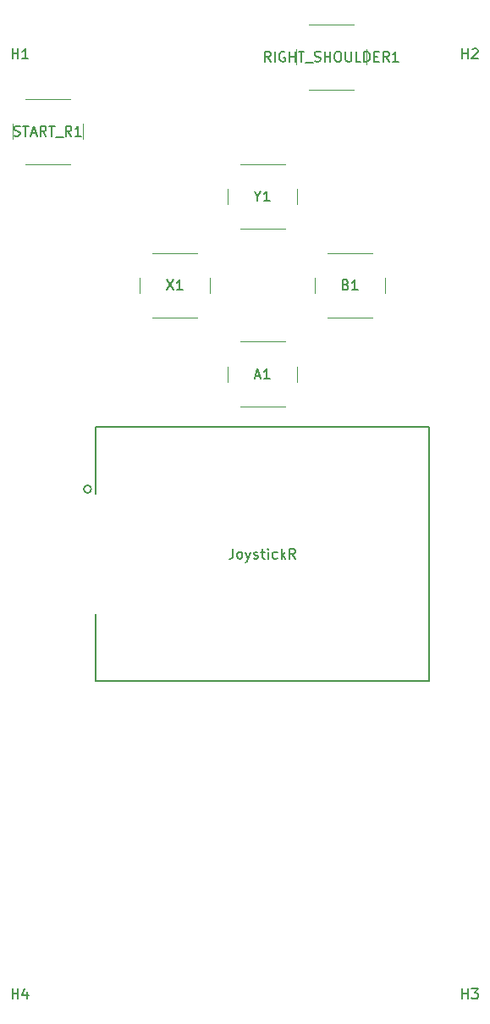
<source format=gbr>
%TF.GenerationSoftware,KiCad,Pcbnew,8.0.2*%
%TF.CreationDate,2024-05-13T00:36:02+01:00*%
%TF.ProjectId,Right_Controller_PCB_Bluetooth,52696768-745f-4436-9f6e-74726f6c6c65,V1.2*%
%TF.SameCoordinates,Original*%
%TF.FileFunction,Legend,Top*%
%TF.FilePolarity,Positive*%
%FSLAX46Y46*%
G04 Gerber Fmt 4.6, Leading zero omitted, Abs format (unit mm)*
G04 Created by KiCad (PCBNEW 8.0.2) date 2024-05-13 00:36:02*
%MOMM*%
%LPD*%
G01*
G04 APERTURE LIST*
%ADD10C,0.150000*%
%ADD11C,0.203200*%
%ADD12C,0.120000*%
G04 APERTURE END LIST*
D10*
X120238095Y-51454819D02*
X120238095Y-50454819D01*
X120238095Y-50931009D02*
X120809523Y-50931009D01*
X120809523Y-51454819D02*
X120809523Y-50454819D01*
X121809523Y-51454819D02*
X121238095Y-51454819D01*
X121523809Y-51454819D02*
X121523809Y-50454819D01*
X121523809Y-50454819D02*
X121428571Y-50597676D01*
X121428571Y-50597676D02*
X121333333Y-50692914D01*
X121333333Y-50692914D02*
X121238095Y-50740533D01*
X142297618Y-100454819D02*
X142297618Y-101169104D01*
X142297618Y-101169104D02*
X142249999Y-101311961D01*
X142249999Y-101311961D02*
X142154761Y-101407200D01*
X142154761Y-101407200D02*
X142011904Y-101454819D01*
X142011904Y-101454819D02*
X141916666Y-101454819D01*
X142916666Y-101454819D02*
X142821428Y-101407200D01*
X142821428Y-101407200D02*
X142773809Y-101359580D01*
X142773809Y-101359580D02*
X142726190Y-101264342D01*
X142726190Y-101264342D02*
X142726190Y-100978628D01*
X142726190Y-100978628D02*
X142773809Y-100883390D01*
X142773809Y-100883390D02*
X142821428Y-100835771D01*
X142821428Y-100835771D02*
X142916666Y-100788152D01*
X142916666Y-100788152D02*
X143059523Y-100788152D01*
X143059523Y-100788152D02*
X143154761Y-100835771D01*
X143154761Y-100835771D02*
X143202380Y-100883390D01*
X143202380Y-100883390D02*
X143249999Y-100978628D01*
X143249999Y-100978628D02*
X143249999Y-101264342D01*
X143249999Y-101264342D02*
X143202380Y-101359580D01*
X143202380Y-101359580D02*
X143154761Y-101407200D01*
X143154761Y-101407200D02*
X143059523Y-101454819D01*
X143059523Y-101454819D02*
X142916666Y-101454819D01*
X143583333Y-100788152D02*
X143821428Y-101454819D01*
X144059523Y-100788152D02*
X143821428Y-101454819D01*
X143821428Y-101454819D02*
X143726190Y-101692914D01*
X143726190Y-101692914D02*
X143678571Y-101740533D01*
X143678571Y-101740533D02*
X143583333Y-101788152D01*
X144392857Y-101407200D02*
X144488095Y-101454819D01*
X144488095Y-101454819D02*
X144678571Y-101454819D01*
X144678571Y-101454819D02*
X144773809Y-101407200D01*
X144773809Y-101407200D02*
X144821428Y-101311961D01*
X144821428Y-101311961D02*
X144821428Y-101264342D01*
X144821428Y-101264342D02*
X144773809Y-101169104D01*
X144773809Y-101169104D02*
X144678571Y-101121485D01*
X144678571Y-101121485D02*
X144535714Y-101121485D01*
X144535714Y-101121485D02*
X144440476Y-101073866D01*
X144440476Y-101073866D02*
X144392857Y-100978628D01*
X144392857Y-100978628D02*
X144392857Y-100931009D01*
X144392857Y-100931009D02*
X144440476Y-100835771D01*
X144440476Y-100835771D02*
X144535714Y-100788152D01*
X144535714Y-100788152D02*
X144678571Y-100788152D01*
X144678571Y-100788152D02*
X144773809Y-100835771D01*
X145107143Y-100788152D02*
X145488095Y-100788152D01*
X145250000Y-100454819D02*
X145250000Y-101311961D01*
X145250000Y-101311961D02*
X145297619Y-101407200D01*
X145297619Y-101407200D02*
X145392857Y-101454819D01*
X145392857Y-101454819D02*
X145488095Y-101454819D01*
X145821429Y-101454819D02*
X145821429Y-100788152D01*
X145821429Y-100454819D02*
X145773810Y-100502438D01*
X145773810Y-100502438D02*
X145821429Y-100550057D01*
X145821429Y-100550057D02*
X145869048Y-100502438D01*
X145869048Y-100502438D02*
X145821429Y-100454819D01*
X145821429Y-100454819D02*
X145821429Y-100550057D01*
X146726190Y-101407200D02*
X146630952Y-101454819D01*
X146630952Y-101454819D02*
X146440476Y-101454819D01*
X146440476Y-101454819D02*
X146345238Y-101407200D01*
X146345238Y-101407200D02*
X146297619Y-101359580D01*
X146297619Y-101359580D02*
X146250000Y-101264342D01*
X146250000Y-101264342D02*
X146250000Y-100978628D01*
X146250000Y-100978628D02*
X146297619Y-100883390D01*
X146297619Y-100883390D02*
X146345238Y-100835771D01*
X146345238Y-100835771D02*
X146440476Y-100788152D01*
X146440476Y-100788152D02*
X146630952Y-100788152D01*
X146630952Y-100788152D02*
X146726190Y-100835771D01*
X147154762Y-101454819D02*
X147154762Y-100454819D01*
X147250000Y-101073866D02*
X147535714Y-101454819D01*
X147535714Y-100788152D02*
X147154762Y-101169104D01*
X148535714Y-101454819D02*
X148202381Y-100978628D01*
X147964286Y-101454819D02*
X147964286Y-100454819D01*
X147964286Y-100454819D02*
X148345238Y-100454819D01*
X148345238Y-100454819D02*
X148440476Y-100502438D01*
X148440476Y-100502438D02*
X148488095Y-100550057D01*
X148488095Y-100550057D02*
X148535714Y-100645295D01*
X148535714Y-100645295D02*
X148535714Y-100788152D01*
X148535714Y-100788152D02*
X148488095Y-100883390D01*
X148488095Y-100883390D02*
X148440476Y-100931009D01*
X148440476Y-100931009D02*
X148345238Y-100978628D01*
X148345238Y-100978628D02*
X147964286Y-100978628D01*
X120416666Y-59157200D02*
X120559523Y-59204819D01*
X120559523Y-59204819D02*
X120797618Y-59204819D01*
X120797618Y-59204819D02*
X120892856Y-59157200D01*
X120892856Y-59157200D02*
X120940475Y-59109580D01*
X120940475Y-59109580D02*
X120988094Y-59014342D01*
X120988094Y-59014342D02*
X120988094Y-58919104D01*
X120988094Y-58919104D02*
X120940475Y-58823866D01*
X120940475Y-58823866D02*
X120892856Y-58776247D01*
X120892856Y-58776247D02*
X120797618Y-58728628D01*
X120797618Y-58728628D02*
X120607142Y-58681009D01*
X120607142Y-58681009D02*
X120511904Y-58633390D01*
X120511904Y-58633390D02*
X120464285Y-58585771D01*
X120464285Y-58585771D02*
X120416666Y-58490533D01*
X120416666Y-58490533D02*
X120416666Y-58395295D01*
X120416666Y-58395295D02*
X120464285Y-58300057D01*
X120464285Y-58300057D02*
X120511904Y-58252438D01*
X120511904Y-58252438D02*
X120607142Y-58204819D01*
X120607142Y-58204819D02*
X120845237Y-58204819D01*
X120845237Y-58204819D02*
X120988094Y-58252438D01*
X121273809Y-58204819D02*
X121845237Y-58204819D01*
X121559523Y-59204819D02*
X121559523Y-58204819D01*
X122130952Y-58919104D02*
X122607142Y-58919104D01*
X122035714Y-59204819D02*
X122369047Y-58204819D01*
X122369047Y-58204819D02*
X122702380Y-59204819D01*
X123607142Y-59204819D02*
X123273809Y-58728628D01*
X123035714Y-59204819D02*
X123035714Y-58204819D01*
X123035714Y-58204819D02*
X123416666Y-58204819D01*
X123416666Y-58204819D02*
X123511904Y-58252438D01*
X123511904Y-58252438D02*
X123559523Y-58300057D01*
X123559523Y-58300057D02*
X123607142Y-58395295D01*
X123607142Y-58395295D02*
X123607142Y-58538152D01*
X123607142Y-58538152D02*
X123559523Y-58633390D01*
X123559523Y-58633390D02*
X123511904Y-58681009D01*
X123511904Y-58681009D02*
X123416666Y-58728628D01*
X123416666Y-58728628D02*
X123035714Y-58728628D01*
X123892857Y-58204819D02*
X124464285Y-58204819D01*
X124178571Y-59204819D02*
X124178571Y-58204819D01*
X124559524Y-59300057D02*
X125321428Y-59300057D01*
X126130952Y-59204819D02*
X125797619Y-58728628D01*
X125559524Y-59204819D02*
X125559524Y-58204819D01*
X125559524Y-58204819D02*
X125940476Y-58204819D01*
X125940476Y-58204819D02*
X126035714Y-58252438D01*
X126035714Y-58252438D02*
X126083333Y-58300057D01*
X126083333Y-58300057D02*
X126130952Y-58395295D01*
X126130952Y-58395295D02*
X126130952Y-58538152D01*
X126130952Y-58538152D02*
X126083333Y-58633390D01*
X126083333Y-58633390D02*
X126035714Y-58681009D01*
X126035714Y-58681009D02*
X125940476Y-58728628D01*
X125940476Y-58728628D02*
X125559524Y-58728628D01*
X127083333Y-59204819D02*
X126511905Y-59204819D01*
X126797619Y-59204819D02*
X126797619Y-58204819D01*
X126797619Y-58204819D02*
X126702381Y-58347676D01*
X126702381Y-58347676D02*
X126607143Y-58442914D01*
X126607143Y-58442914D02*
X126511905Y-58490533D01*
X144535714Y-83169104D02*
X145011904Y-83169104D01*
X144440476Y-83454819D02*
X144773809Y-82454819D01*
X144773809Y-82454819D02*
X145107142Y-83454819D01*
X145964285Y-83454819D02*
X145392857Y-83454819D01*
X145678571Y-83454819D02*
X145678571Y-82454819D01*
X145678571Y-82454819D02*
X145583333Y-82597676D01*
X145583333Y-82597676D02*
X145488095Y-82692914D01*
X145488095Y-82692914D02*
X145392857Y-82740533D01*
X135690476Y-73586819D02*
X136357142Y-74586819D01*
X136357142Y-73586819D02*
X135690476Y-74586819D01*
X137261904Y-74586819D02*
X136690476Y-74586819D01*
X136976190Y-74586819D02*
X136976190Y-73586819D01*
X136976190Y-73586819D02*
X136880952Y-73729676D01*
X136880952Y-73729676D02*
X136785714Y-73824914D01*
X136785714Y-73824914D02*
X136690476Y-73872533D01*
X146050761Y-51762819D02*
X145717428Y-51286628D01*
X145479333Y-51762819D02*
X145479333Y-50762819D01*
X145479333Y-50762819D02*
X145860285Y-50762819D01*
X145860285Y-50762819D02*
X145955523Y-50810438D01*
X145955523Y-50810438D02*
X146003142Y-50858057D01*
X146003142Y-50858057D02*
X146050761Y-50953295D01*
X146050761Y-50953295D02*
X146050761Y-51096152D01*
X146050761Y-51096152D02*
X146003142Y-51191390D01*
X146003142Y-51191390D02*
X145955523Y-51239009D01*
X145955523Y-51239009D02*
X145860285Y-51286628D01*
X145860285Y-51286628D02*
X145479333Y-51286628D01*
X146479333Y-51762819D02*
X146479333Y-50762819D01*
X147479332Y-50810438D02*
X147384094Y-50762819D01*
X147384094Y-50762819D02*
X147241237Y-50762819D01*
X147241237Y-50762819D02*
X147098380Y-50810438D01*
X147098380Y-50810438D02*
X147003142Y-50905676D01*
X147003142Y-50905676D02*
X146955523Y-51000914D01*
X146955523Y-51000914D02*
X146907904Y-51191390D01*
X146907904Y-51191390D02*
X146907904Y-51334247D01*
X146907904Y-51334247D02*
X146955523Y-51524723D01*
X146955523Y-51524723D02*
X147003142Y-51619961D01*
X147003142Y-51619961D02*
X147098380Y-51715200D01*
X147098380Y-51715200D02*
X147241237Y-51762819D01*
X147241237Y-51762819D02*
X147336475Y-51762819D01*
X147336475Y-51762819D02*
X147479332Y-51715200D01*
X147479332Y-51715200D02*
X147526951Y-51667580D01*
X147526951Y-51667580D02*
X147526951Y-51334247D01*
X147526951Y-51334247D02*
X147336475Y-51334247D01*
X147955523Y-51762819D02*
X147955523Y-50762819D01*
X147955523Y-51239009D02*
X148526951Y-51239009D01*
X148526951Y-51762819D02*
X148526951Y-50762819D01*
X148860285Y-50762819D02*
X149431713Y-50762819D01*
X149145999Y-51762819D02*
X149145999Y-50762819D01*
X149526952Y-51858057D02*
X150288856Y-51858057D01*
X150479333Y-51715200D02*
X150622190Y-51762819D01*
X150622190Y-51762819D02*
X150860285Y-51762819D01*
X150860285Y-51762819D02*
X150955523Y-51715200D01*
X150955523Y-51715200D02*
X151003142Y-51667580D01*
X151003142Y-51667580D02*
X151050761Y-51572342D01*
X151050761Y-51572342D02*
X151050761Y-51477104D01*
X151050761Y-51477104D02*
X151003142Y-51381866D01*
X151003142Y-51381866D02*
X150955523Y-51334247D01*
X150955523Y-51334247D02*
X150860285Y-51286628D01*
X150860285Y-51286628D02*
X150669809Y-51239009D01*
X150669809Y-51239009D02*
X150574571Y-51191390D01*
X150574571Y-51191390D02*
X150526952Y-51143771D01*
X150526952Y-51143771D02*
X150479333Y-51048533D01*
X150479333Y-51048533D02*
X150479333Y-50953295D01*
X150479333Y-50953295D02*
X150526952Y-50858057D01*
X150526952Y-50858057D02*
X150574571Y-50810438D01*
X150574571Y-50810438D02*
X150669809Y-50762819D01*
X150669809Y-50762819D02*
X150907904Y-50762819D01*
X150907904Y-50762819D02*
X151050761Y-50810438D01*
X151479333Y-51762819D02*
X151479333Y-50762819D01*
X151479333Y-51239009D02*
X152050761Y-51239009D01*
X152050761Y-51762819D02*
X152050761Y-50762819D01*
X152717428Y-50762819D02*
X152907904Y-50762819D01*
X152907904Y-50762819D02*
X153003142Y-50810438D01*
X153003142Y-50810438D02*
X153098380Y-50905676D01*
X153098380Y-50905676D02*
X153145999Y-51096152D01*
X153145999Y-51096152D02*
X153145999Y-51429485D01*
X153145999Y-51429485D02*
X153098380Y-51619961D01*
X153098380Y-51619961D02*
X153003142Y-51715200D01*
X153003142Y-51715200D02*
X152907904Y-51762819D01*
X152907904Y-51762819D02*
X152717428Y-51762819D01*
X152717428Y-51762819D02*
X152622190Y-51715200D01*
X152622190Y-51715200D02*
X152526952Y-51619961D01*
X152526952Y-51619961D02*
X152479333Y-51429485D01*
X152479333Y-51429485D02*
X152479333Y-51096152D01*
X152479333Y-51096152D02*
X152526952Y-50905676D01*
X152526952Y-50905676D02*
X152622190Y-50810438D01*
X152622190Y-50810438D02*
X152717428Y-50762819D01*
X153574571Y-50762819D02*
X153574571Y-51572342D01*
X153574571Y-51572342D02*
X153622190Y-51667580D01*
X153622190Y-51667580D02*
X153669809Y-51715200D01*
X153669809Y-51715200D02*
X153765047Y-51762819D01*
X153765047Y-51762819D02*
X153955523Y-51762819D01*
X153955523Y-51762819D02*
X154050761Y-51715200D01*
X154050761Y-51715200D02*
X154098380Y-51667580D01*
X154098380Y-51667580D02*
X154145999Y-51572342D01*
X154145999Y-51572342D02*
X154145999Y-50762819D01*
X155098380Y-51762819D02*
X154622190Y-51762819D01*
X154622190Y-51762819D02*
X154622190Y-50762819D01*
X155431714Y-51762819D02*
X155431714Y-50762819D01*
X155431714Y-50762819D02*
X155669809Y-50762819D01*
X155669809Y-50762819D02*
X155812666Y-50810438D01*
X155812666Y-50810438D02*
X155907904Y-50905676D01*
X155907904Y-50905676D02*
X155955523Y-51000914D01*
X155955523Y-51000914D02*
X156003142Y-51191390D01*
X156003142Y-51191390D02*
X156003142Y-51334247D01*
X156003142Y-51334247D02*
X155955523Y-51524723D01*
X155955523Y-51524723D02*
X155907904Y-51619961D01*
X155907904Y-51619961D02*
X155812666Y-51715200D01*
X155812666Y-51715200D02*
X155669809Y-51762819D01*
X155669809Y-51762819D02*
X155431714Y-51762819D01*
X156431714Y-51239009D02*
X156765047Y-51239009D01*
X156907904Y-51762819D02*
X156431714Y-51762819D01*
X156431714Y-51762819D02*
X156431714Y-50762819D01*
X156431714Y-50762819D02*
X156907904Y-50762819D01*
X157907904Y-51762819D02*
X157574571Y-51286628D01*
X157336476Y-51762819D02*
X157336476Y-50762819D01*
X157336476Y-50762819D02*
X157717428Y-50762819D01*
X157717428Y-50762819D02*
X157812666Y-50810438D01*
X157812666Y-50810438D02*
X157860285Y-50858057D01*
X157860285Y-50858057D02*
X157907904Y-50953295D01*
X157907904Y-50953295D02*
X157907904Y-51096152D01*
X157907904Y-51096152D02*
X157860285Y-51191390D01*
X157860285Y-51191390D02*
X157812666Y-51239009D01*
X157812666Y-51239009D02*
X157717428Y-51286628D01*
X157717428Y-51286628D02*
X157336476Y-51286628D01*
X158860285Y-51762819D02*
X158288857Y-51762819D01*
X158574571Y-51762819D02*
X158574571Y-50762819D01*
X158574571Y-50762819D02*
X158479333Y-50905676D01*
X158479333Y-50905676D02*
X158384095Y-51000914D01*
X158384095Y-51000914D02*
X158288857Y-51048533D01*
X153595238Y-74063009D02*
X153738095Y-74110628D01*
X153738095Y-74110628D02*
X153785714Y-74158247D01*
X153785714Y-74158247D02*
X153833333Y-74253485D01*
X153833333Y-74253485D02*
X153833333Y-74396342D01*
X153833333Y-74396342D02*
X153785714Y-74491580D01*
X153785714Y-74491580D02*
X153738095Y-74539200D01*
X153738095Y-74539200D02*
X153642857Y-74586819D01*
X153642857Y-74586819D02*
X153261905Y-74586819D01*
X153261905Y-74586819D02*
X153261905Y-73586819D01*
X153261905Y-73586819D02*
X153595238Y-73586819D01*
X153595238Y-73586819D02*
X153690476Y-73634438D01*
X153690476Y-73634438D02*
X153738095Y-73682057D01*
X153738095Y-73682057D02*
X153785714Y-73777295D01*
X153785714Y-73777295D02*
X153785714Y-73872533D01*
X153785714Y-73872533D02*
X153738095Y-73967771D01*
X153738095Y-73967771D02*
X153690476Y-74015390D01*
X153690476Y-74015390D02*
X153595238Y-74063009D01*
X153595238Y-74063009D02*
X153261905Y-74063009D01*
X154785714Y-74586819D02*
X154214286Y-74586819D01*
X154500000Y-74586819D02*
X154500000Y-73586819D01*
X154500000Y-73586819D02*
X154404762Y-73729676D01*
X154404762Y-73729676D02*
X154309524Y-73824914D01*
X154309524Y-73824914D02*
X154214286Y-73872533D01*
X165238095Y-51454819D02*
X165238095Y-50454819D01*
X165238095Y-50931009D02*
X165809523Y-50931009D01*
X165809523Y-51454819D02*
X165809523Y-50454819D01*
X166238095Y-50550057D02*
X166285714Y-50502438D01*
X166285714Y-50502438D02*
X166380952Y-50454819D01*
X166380952Y-50454819D02*
X166619047Y-50454819D01*
X166619047Y-50454819D02*
X166714285Y-50502438D01*
X166714285Y-50502438D02*
X166761904Y-50550057D01*
X166761904Y-50550057D02*
X166809523Y-50645295D01*
X166809523Y-50645295D02*
X166809523Y-50740533D01*
X166809523Y-50740533D02*
X166761904Y-50883390D01*
X166761904Y-50883390D02*
X166190476Y-51454819D01*
X166190476Y-51454819D02*
X166809523Y-51454819D01*
X144773809Y-65228628D02*
X144773809Y-65704819D01*
X144440476Y-64704819D02*
X144773809Y-65228628D01*
X144773809Y-65228628D02*
X145107142Y-64704819D01*
X145964285Y-65704819D02*
X145392857Y-65704819D01*
X145678571Y-65704819D02*
X145678571Y-64704819D01*
X145678571Y-64704819D02*
X145583333Y-64847676D01*
X145583333Y-64847676D02*
X145488095Y-64942914D01*
X145488095Y-64942914D02*
X145392857Y-64990533D01*
X165238095Y-145454819D02*
X165238095Y-144454819D01*
X165238095Y-144931009D02*
X165809523Y-144931009D01*
X165809523Y-145454819D02*
X165809523Y-144454819D01*
X166190476Y-144454819D02*
X166809523Y-144454819D01*
X166809523Y-144454819D02*
X166476190Y-144835771D01*
X166476190Y-144835771D02*
X166619047Y-144835771D01*
X166619047Y-144835771D02*
X166714285Y-144883390D01*
X166714285Y-144883390D02*
X166761904Y-144931009D01*
X166761904Y-144931009D02*
X166809523Y-145026247D01*
X166809523Y-145026247D02*
X166809523Y-145264342D01*
X166809523Y-145264342D02*
X166761904Y-145359580D01*
X166761904Y-145359580D02*
X166714285Y-145407200D01*
X166714285Y-145407200D02*
X166619047Y-145454819D01*
X166619047Y-145454819D02*
X166333333Y-145454819D01*
X166333333Y-145454819D02*
X166238095Y-145407200D01*
X166238095Y-145407200D02*
X166190476Y-145359580D01*
X120238095Y-145454819D02*
X120238095Y-144454819D01*
X120238095Y-144931009D02*
X120809523Y-144931009D01*
X120809523Y-145454819D02*
X120809523Y-144454819D01*
X121714285Y-144788152D02*
X121714285Y-145454819D01*
X121476190Y-144407200D02*
X121238095Y-145121485D01*
X121238095Y-145121485D02*
X121857142Y-145121485D01*
D11*
%TO.C,JoystickR1*%
X128587600Y-88300000D02*
X128590000Y-95000000D01*
X128587600Y-88300000D02*
X161920000Y-88300000D01*
X128590000Y-113690000D02*
X128590000Y-106990000D01*
X161920000Y-88300000D02*
X161920000Y-113700000D01*
X161920000Y-113700000D02*
X128590000Y-113690000D01*
X128131000Y-94500000D02*
G75*
G02*
X127369000Y-94500000I-381000J0D01*
G01*
X127369000Y-94500000D02*
G75*
G02*
X128131000Y-94500000I381000J0D01*
G01*
D12*
%TO.C,START_R1*%
X120250000Y-58000000D02*
X120250000Y-59500000D01*
X121500000Y-62000000D02*
X126000000Y-62000000D01*
X126000000Y-55500000D02*
X121500000Y-55500000D01*
X127250000Y-59500000D02*
X127250000Y-58000000D01*
%TO.C,A1*%
X141750000Y-82250000D02*
X141750000Y-83750000D01*
X143000000Y-86250000D02*
X147500000Y-86250000D01*
X147500000Y-79750000D02*
X143000000Y-79750000D01*
X148750000Y-83750000D02*
X148750000Y-82250000D01*
%TO.C,X1*%
X133000000Y-73382000D02*
X133000000Y-74882000D01*
X134250000Y-77382000D02*
X138750000Y-77382000D01*
X138750000Y-70882000D02*
X134250000Y-70882000D01*
X140000000Y-74882000D02*
X140000000Y-73382000D01*
%TO.C,RIGHT_SHOULDER1*%
X148646000Y-50558000D02*
X148646000Y-52058000D01*
X149896000Y-54558000D02*
X154396000Y-54558000D01*
X154396000Y-48058000D02*
X149896000Y-48058000D01*
X155646000Y-52058000D02*
X155646000Y-50558000D01*
%TO.C,B1*%
X150500000Y-73382000D02*
X150500000Y-74882000D01*
X151750000Y-77382000D02*
X156250000Y-77382000D01*
X156250000Y-70882000D02*
X151750000Y-70882000D01*
X157500000Y-74882000D02*
X157500000Y-73382000D01*
%TO.C,Y1*%
X141750000Y-64500000D02*
X141750000Y-66000000D01*
X143000000Y-68500000D02*
X147500000Y-68500000D01*
X147500000Y-62000000D02*
X143000000Y-62000000D01*
X148750000Y-66000000D02*
X148750000Y-64500000D01*
%TD*%
M02*

</source>
